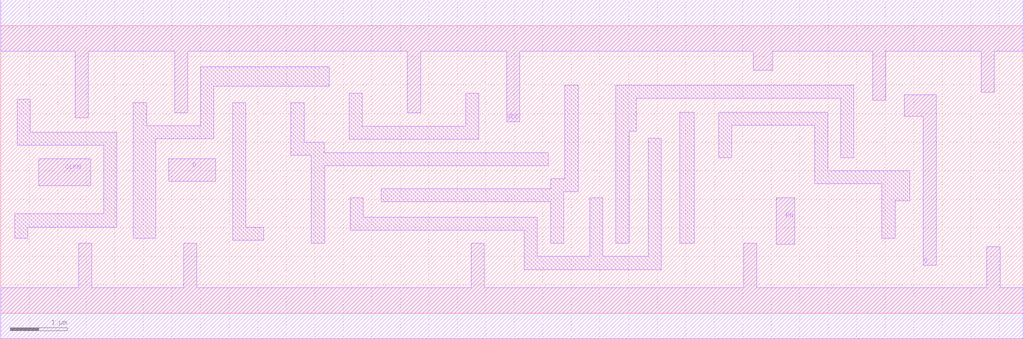
<source format=lef>
# Copyright 2022 GlobalFoundries PDK Authors
#
# Licensed under the Apache License, Version 2.0 (the "License");
# you may not use this file except in compliance with the License.
# You may obtain a copy of the License at
#
#      http://www.apache.org/licenses/LICENSE-2.0
#
# Unless required by applicable law or agreed to in writing, software
# distributed under the License is distributed on an "AS IS" BASIS,
# WITHOUT WARRANTIES OR CONDITIONS OF ANY KIND, either express or implied.
# See the License for the specific language governing permissions and
# limitations under the License.

MACRO gf180mcu_fd_sc_mcu9t5v0__dffnrnq_1
  CLASS core ;
  FOREIGN gf180mcu_fd_sc_mcu9t5v0__dffnrnq_1 0.0 0.0 ;
  ORIGIN 0 0 ;
  SYMMETRY X Y ;
  SITE GF018hv5v_green_sc9 ;
  SIZE 17.92 BY 5.04 ;
  PIN D
    DIRECTION INPUT ;
    ANTENNAGATEAREA 0.92 ;
    PORT
      LAYER Metal1 ;
        POLYGON 2.945 2.31 3.77 2.31 3.77 2.71 2.945 2.71  ;
    END
  END D
  PIN RN
    DIRECTION INPUT ;
    ANTENNAGATEAREA 2.03 ;
    PORT
      LAYER Metal1 ;
        POLYGON 13.59 1.21 13.91 1.21 13.91 2.025 13.59 2.025  ;
    END
  END RN
  PIN CLKN
    DIRECTION INPUT ;
    USE clock ;
    ANTENNAGATEAREA 1.164 ;
    PORT
      LAYER Metal1 ;
        POLYGON 0.665 2.235 1.575 2.235 1.575 2.71 0.665 2.71  ;
    END
  END CLKN
  PIN Q
    DIRECTION OUTPUT ;
    ANTENNADIFFAREA 1.386 ;
    PORT
      LAYER Metal1 ;
        POLYGON 15.83 3.45 15.93 3.45 16.16 3.45 16.16 0.845 16.39 0.845 16.39 3.83 15.93 3.83 15.83 3.83  ;
    END
  END Q
  PIN VDD
    DIRECTION INOUT ;
    USE power ;
    SHAPE ABUTMENT ;
    PORT
      LAYER Metal1 ;
        POLYGON 0 4.59 1.305 4.59 1.305 3.425 1.535 3.425 1.535 4.59 2.035 4.59 3.045 4.59 3.045 3.515 3.275 3.515 3.275 4.59 5.755 4.59 7.125 4.59 7.125 3.515 7.355 3.515 7.355 4.59 8.375 4.59 8.865 4.59 8.865 3.355 9.095 3.355 9.095 4.59 9.59 4.59 10.115 4.59 13.185 4.59 13.185 4.26 13.525 4.26 13.525 4.59 14.95 4.59 15.28 4.59 15.28 3.735 15.51 3.735 15.51 4.59 15.93 4.59 17.18 4.59 17.18 3.875 17.41 3.875 17.41 4.59 17.92 4.59 17.92 5.49 15.93 5.49 14.95 5.49 10.115 5.49 9.59 5.49 8.375 5.49 5.755 5.49 2.035 5.49 0 5.49  ;
    END
  END VDD
  PIN VSS
    DIRECTION INOUT ;
    USE ground ;
    SHAPE ABUTMENT ;
    PORT
      LAYER Metal1 ;
        POLYGON 0 -0.45 17.92 -0.45 17.92 0.45 17.51 0.45 17.51 1.165 17.28 1.165 17.28 0.45 13.25 0.45 13.25 1.225 13.02 1.225 13.02 0.45 8.475 0.45 8.475 1.225 8.245 1.225 8.245 0.45 3.435 0.45 3.435 1.225 3.205 1.225 3.205 0.45 1.595 0.45 1.595 1.225 1.365 1.225 1.365 0.45 0 0.45  ;
    END
  END VSS
  OBS
      LAYER Metal1 ;
        POLYGON 0.285 2.94 1.805 2.94 1.805 1.74 0.245 1.74 0.245 1.315 0.475 1.315 0.475 1.51 2.035 1.51 2.035 3.17 0.515 3.17 0.515 3.75 0.285 3.75  ;
        POLYGON 4.065 1.28 4.61 1.28 4.61 1.51 4.295 1.51 4.295 3.685 4.065 3.685  ;
        POLYGON 2.325 1.315 2.715 1.315 2.715 3.055 3.735 3.055 3.735 3.975 5.755 3.975 5.755 4.315 3.505 4.315 3.505 3.285 2.555 3.285 2.555 3.685 2.325 3.685  ;
        POLYGON 6.105 3.045 8.375 3.045 8.375 3.855 8.145 3.855 8.145 3.275 6.335 3.275 6.335 3.855 6.105 3.855  ;
        POLYGON 5.085 2.765 5.445 2.765 5.445 1.225 5.675 1.225 5.675 2.585 9.59 2.585 9.59 2.815 5.67 2.815 5.67 2.995 5.315 2.995 5.315 3.685 5.085 3.685  ;
        POLYGON 6.67 1.95 9.635 1.95 9.635 1.225 9.865 1.225 9.865 2.13 10.115 2.13 10.115 3.995 9.885 3.995 9.885 2.36 9.64 2.36 9.64 2.18 6.67 2.18  ;
        POLYGON 6.125 1.455 9.175 1.455 9.175 0.765 11.575 0.765 11.575 3.065 11.345 3.065 11.345 0.995 10.55 0.995 10.55 2.025 10.32 2.025 10.32 0.995 9.405 0.995 9.405 1.685 6.355 1.685 6.355 2.025 6.125 2.025  ;
        POLYGON 11.9 1.225 12.155 1.225 12.155 3.525 11.9 3.525  ;
        POLYGON 10.78 1.225 11.01 1.225 11.01 3.185 11.135 3.185 11.135 3.765 14.72 3.765 14.72 2.725 14.95 2.725 14.95 3.995 10.78 3.995  ;
        POLYGON 12.58 2.725 12.81 2.725 12.81 3.295 14.26 3.295 14.26 2.265 15.44 2.265 15.44 1.315 15.67 1.315 15.67 1.975 15.93 1.975 15.93 2.495 14.49 2.495 14.49 3.525 12.58 3.525  ;
  END
END gf180mcu_fd_sc_mcu9t5v0__dffnrnq_1

</source>
